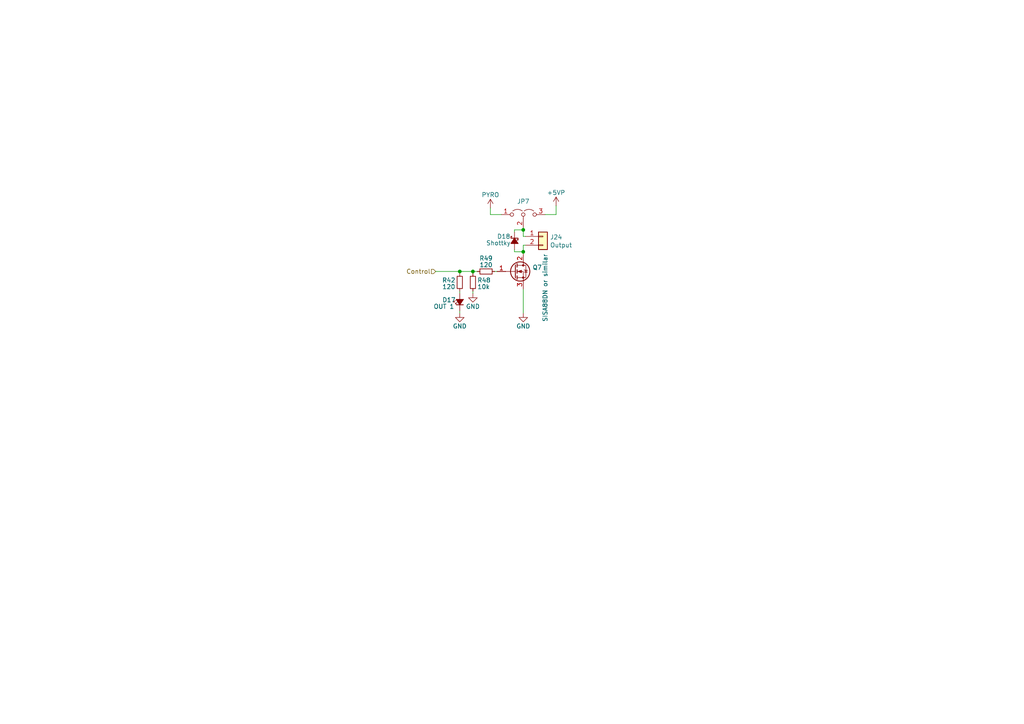
<source format=kicad_sch>
(kicad_sch (version 20211123) (generator eeschema)
  (paper "A4")
  (lib_symbols
    (symbol "Connector_Generic:Conn_01x02" (pin_names (offset 1.016) hide)
      (property "Reference" "J" (at 0 2.54 0))
      (property "Value" "Conn_01x02" (at 0 -5.08 0))
      (symbol "Conn_01x02_1_1"
        (rectangle (start -1.27 -2.413) (end 0 -2.667) (stroke (width 0.1524)))
        (rectangle (start -1.27 0.127) (end 0 -0.127) (stroke (width 0.1524)))
        (rectangle (start -1.27 1.27) (end 1.27 -3.81) (stroke (width 0.254)) (fill (type background)))
        (pin passive line (at -5.08 0 0) (length 3.81) (name "Pin_1") (number "1"))
        (pin passive line (at -5.08 -2.54 0) (length 3.81) (name "Pin_2") (number "2"))
      )
    )
    (symbol "Device:D_Schottky_Small_Filled" (pin_numbers hide) (pin_names (offset 0.254) hide)
      (property "Reference" "D" (at -1.27 2.032 0))
      (property "Value" "D_Schottky_Small_Filled" (at -7.112 -2.032 0))
      (symbol "D_Schottky_Small_Filled_0_1"
        (polyline (pts (xy -0.762 0) (xy 0.762 0)))
        (polyline (pts (xy 0.762 -1.016) (xy -0.762 0) (xy 0.762 1.016) (xy 0.762 -1.016)) (stroke (width 0.254)) (fill (type outline)))
        (polyline (pts (xy -1.27 0.762) (xy -1.27 1.016) (xy -0.762 1.016) (xy -0.762 -1.016) (xy -0.254 -1.016) (xy -0.254 -0.762)) (stroke (width 0.254)))
      )
      (symbol "D_Schottky_Small_Filled_1_1"
        (pin passive line (at -2.54 0 0) (length 1.778) (name "K") (number "1"))
        (pin passive line (at 2.54 0 180) (length 1.778) (name "A") (number "2"))
      )
    )
    (symbol "Device:LED_Small_Filled" (pin_numbers hide) (pin_names (offset 0.254) hide)
      (property "Reference" "D" (at -1.27 3.175 0))
      (property "Value" "LED_Small_Filled" (at -4.445 -2.54 0))
      (symbol "LED_Small_Filled_0_1"
        (polyline (pts (xy -0.762 -1.016) (xy -0.762 1.016)) (stroke (width 0.254)))
        (polyline (pts (xy 1.016 0) (xy -0.762 0)))
        (polyline (pts (xy 0.762 -1.016) (xy -0.762 0) (xy 0.762 1.016) (xy 0.762 -1.016)) (stroke (width 0.254)) (fill (type outline)))
        (polyline (pts (xy 0 0.762) (xy -0.508 1.27) (xy -0.254 1.27) (xy -0.508 1.27) (xy -0.508 1.016)))
        (polyline (pts (xy 0.508 1.27) (xy 0 1.778) (xy 0.254 1.778) (xy 0 1.778) (xy 0 1.524)))
      )
      (symbol "LED_Small_Filled_1_1"
        (pin passive line (at -2.54 0 0) (length 1.778) (name "K") (number "1"))
        (pin passive line (at 2.54 0 180) (length 1.778) (name "A") (number "2"))
      )
    )
    (symbol "Device:Q_NMOS_GDS" (pin_names (offset 0) hide)
      (property "Reference" "Q" (at 5.08 1.27 0))
      (property "Value" "Q_NMOS_GDS" (at 5.08 -1.27 0))
      (symbol "Q_NMOS_GDS_0_1"
        (polyline (pts (xy 0.254 0) (xy -2.54 0)))
        (polyline (pts (xy 0.254 1.905) (xy 0.254 -1.905)) (stroke (width 0.254)))
        (polyline (pts (xy 0.762 -1.27) (xy 0.762 -2.286)) (stroke (width 0.254)))
        (polyline (pts (xy 0.762 0.508) (xy 0.762 -0.508)) (stroke (width 0.254)))
        (polyline (pts (xy 0.762 2.286) (xy 0.762 1.27)) (stroke (width 0.254)))
        (polyline (pts (xy 2.54 2.54) (xy 2.54 1.778)))
        (polyline (pts (xy 2.54 -2.54) (xy 2.54 0) (xy 0.762 0)))
        (polyline (pts (xy 0.762 -1.778) (xy 3.302 -1.778) (xy 3.302 1.778) (xy 0.762 1.778)))
        (polyline (pts (xy 1.016 0) (xy 2.032 0.381) (xy 2.032 -0.381) (xy 1.016 0)) (fill (type outline)))
        (polyline (pts (xy 2.794 0.508) (xy 2.921 0.381) (xy 3.683 0.381) (xy 3.81 0.254)))
        (polyline (pts (xy 3.302 0.381) (xy 2.921 -0.254) (xy 3.683 -0.254) (xy 3.302 0.381)))
        (circle (center 1.651 0) (radius 2.794) (stroke (width 0.254)))
        (circle (center 2.54 -1.778) (radius 0.254) (fill (type outline)))
        (circle (center 2.54 1.778) (radius 0.254) (fill (type outline)))
      )
      (symbol "Q_NMOS_GDS_1_1"
        (pin input line (at -5.08 0 0) (length 2.54) (name "G") (number "1"))
        (pin passive line (at 2.54 5.08 270) (length 2.54) (name "D") (number "2"))
        (pin passive line (at 2.54 -5.08 90) (length 2.54) (name "S") (number "3"))
      )
    )
    (symbol "Device:R_Small" (pin_numbers hide) (pin_names (offset 0.254) hide)
      (property "Reference" "R" (at 0.762 0.508 0))
      (property "Value" "R_Small" (at 0.762 -1.016 0))
      (symbol "R_Small_0_1"
        (rectangle (start -0.762 1.778) (end 0.762 -1.778) (stroke (width 0.2032)))
      )
      (symbol "R_Small_1_1"
        (pin passive line (at 0 2.54 270) (length 0.762) (name "~") (number "1"))
        (pin passive line (at 0 -2.54 90) (length 0.762) (name "~") (number "2"))
      )
    )
    (symbol "Jumper:Jumper_3_Open" (pin_names (offset 0) hide)
      (property "Reference" "JP" (at -2.54 -2.54 0))
      (property "Value" "Jumper_3_Open" (at 0 2.794 0))
      (symbol "Jumper_3_Open_0_0"
        (circle (center -3.302 0) (radius 0.508))
        (circle (center 0 0) (radius 0.508))
        (circle (center 3.302 0) (radius 0.508))
      )
      (symbol "Jumper_3_Open_0_1"
        (arc (start -0.254 1.016) (mid -1.651 1.4992) (end -3.048 1.016))
        (polyline (pts (xy 0 -0.508) (xy 0 -1.27)))
        (arc (start 3.048 1.016) (mid 1.651 1.4992) (end 0.254 1.016))
      )
      (symbol "Jumper_3_Open_1_1"
        (pin passive line (at -6.35 0 0) (length 2.54) (name "A") (number "1"))
        (pin input line (at 0 -3.81 90) (length 2.54) (name "C") (number "2"))
        (pin passive line (at 6.35 0 180) (length 2.54) (name "B") (number "3"))
      )
    )
    (symbol "TXV_Library_Symbols:Pyro" (power) (pin_names (offset 0))
      (property "Value" "Pyro" (at 0 3.556 0))
      (symbol "Pyro_0_1"
        (polyline (pts (xy -0.762 1.27) (xy 0 2.54)))
        (polyline (pts (xy 0 0) (xy 0 2.54)))
        (polyline (pts (xy 0 2.54) (xy 0.762 1.27)))
      )
      (symbol "Pyro_1_1"
        (pin power_in line (at 0 0 90) (length 0) hide (name "PYRO") (number "1"))
      )
    )
    (symbol "power:+5VP" (power) (pin_names (offset 0))
      (property "Value" "+5VP" (at 0 3.556 0))
      (symbol "+5VP_0_1"
        (polyline (pts (xy -0.762 1.27) (xy 0 2.54)))
        (polyline (pts (xy 0 0) (xy 0 2.54)))
        (polyline (pts (xy 0 2.54) (xy 0.762 1.27)))
      )
      (symbol "+5VP_1_1"
        (pin power_in line (at 0 0 90) (length 0) hide (name "+5VP") (number "1"))
      )
    )
    (symbol "power:GND" (power) (pin_names (offset 0))
      (property "Value" "GND" (at 0 -3.81 0))
      (symbol "GND_0_1"
        (polyline (pts (xy 0 0) (xy 0 -1.27) (xy 1.27 -1.27) (xy 0 -2.54) (xy -1.27 -1.27) (xy 0 -1.27)))
      )
      (symbol "GND_1_1"
        (pin power_in line (at 0 0 270) (length 0) hide (name "GND") (number "1"))
      )
    )
  )
  (junction (at 137.16 78.74))
  (junction (at 133.35 78.74))
  (junction (at 151.765 66.675))
  (junction (at 151.765 73.025))
  (wire (pts (xy 151.765 83.82) (xy 151.765 90.805)))
  (wire (pts (xy 149.225 73.025) (xy 151.765 73.025)))
  (wire (pts (xy 133.35 78.74) (xy 137.16 78.74)))
  (wire (pts (xy 151.765 66.04) (xy 151.765 66.675)))
  (wire (pts (xy 143.51 78.74) (xy 144.145 78.74)))
  (wire (pts (xy 151.765 71.12) (xy 152.4 71.12)))
  (wire (pts (xy 149.225 72.39) (xy 149.225 73.025)))
  (wire (pts (xy 149.225 67.31) (xy 149.225 66.675)))
  (wire (pts (xy 161.29 62.23) (xy 161.29 59.69)))
  (wire (pts (xy 151.765 66.675) (xy 151.765 68.58)))
  (wire (pts (xy 126.365 78.74) (xy 133.35 78.74)))
  (wire (pts (xy 133.35 84.455) (xy 133.35 85.09)))
  (wire (pts (xy 145.415 62.23) (xy 142.24 62.23)))
  (wire (pts (xy 137.16 78.74) (xy 138.43 78.74)))
  (wire (pts (xy 133.35 90.805) (xy 133.35 90.17)))
  (wire (pts (xy 137.16 85.09) (xy 137.16 84.455)))
  (wire (pts (xy 151.765 71.12) (xy 151.765 73.025)))
  (wire (pts (xy 137.16 79.375) (xy 137.16 78.74)))
  (wire (pts (xy 151.765 73.025) (xy 151.765 73.66)))
  (wire (pts (xy 133.35 79.375) (xy 133.35 78.74)))
  (wire (pts (xy 142.24 62.23) (xy 142.24 60.325)))
  (wire (pts (xy 158.115 62.23) (xy 161.29 62.23)))
  (wire (pts (xy 151.765 68.58) (xy 152.4 68.58)))
  (wire (pts (xy 149.225 66.675) (xy 151.765 66.675)))
  (hierarchical_label "Control" (shape input) (at 126.365 78.74 180))
  (symbol (lib_id "power:GND") (at 151.765 90.805 0)
    (property "Reference" "#PWR0107" (effects hide))
    (property "Value" "GND" (at 151.765 94.615 0))
  )
  (symbol (lib_id "Jumper:Jumper_3_Open") (at 151.765 62.23 0)
    (property "Reference" "JP7" (at 151.765 58.42 0))
    (property "Value" "Jumper_3_Open" (effects hide))
    (property "Footprint" "Jumper:SolderJumper-3_P1.3mm_Open_RoundedPad1.0x1.5mm" (effects hide))
  )
  (symbol (lib_id "Device:Q_NMOS_GDS") (at 149.225 78.74 0)
    (property "Reference" "Q7" (at 154.432 77.5716 0) (effects (justify left)))
    (property "Value" "SISA88DN or similar" (at 158.115 93.345 90) (effects (justify left)))
    (property "Footprint" "TXV_Library_Footprints:PowerPAK_1212-8" (effects hide))
  )
  (symbol (lib_id "Device:D_Schottky_Small_Filled") (at 149.225 69.85 90) (mirror x)
    (property "Reference" "D18" (at 144.145 68.58 90) (effects (justify right)))
    (property "Value" "Shottky" (at 140.97 70.485 90) (effects (justify right)))
    (property "Footprint" "Diode_SMD:D_SOD-123F" (effects hide))
  )
  (symbol (lib_id "Device:R_Small") (at 133.35 81.915 0)
    (property "Reference" "R42" (at 130.175 81.28 0))
    (property "Value" "120" (at 130.175 83.185 0))
    (property "Footprint" "Resistor_SMD:R_0603_1608Metric" (effects hide))
  )
  (symbol (lib_id "Connector_Generic:Conn_01x02") (at 157.48 68.58 0)
    (property "Reference" "J24" (at 159.512 68.7832 0) (effects (justify left)))
    (property "Value" "Output" (at 159.512 71.0946 0) (effects (justify left)))
    (property "Footprint" "TXV_Library_Footprints:Molex_Nano-Fit_105309-xx02_1x02_P2.50mm_Vertical" (effects hide))
  )
  (symbol (lib_id "power:GND") (at 133.35 90.805 0)
    (property "Reference" "#PWR099" (effects hide))
    (property "Value" "GND" (at 133.35 94.615 0))
  )
  (symbol (lib_id "Device:R_Small") (at 137.16 81.915 180)
    (property "Reference" "R48" (at 138.43 81.28 0) (effects (justify right)))
    (property "Value" "10k" (at 138.43 83.185 0) (effects (justify right)))
    (property "Footprint" "Resistor_SMD:R_0603_1608Metric" (effects hide))
  )
  (symbol (lib_id "power:GND") (at 137.16 85.09 0)
    (property "Reference" "#PWR0100" (effects hide))
    (property "Value" "GND" (at 137.16 88.9 0))
  )
  (symbol (lib_id "Device:LED_Small_Filled") (at 133.35 87.63 90)
    (property "Reference" "D17" (at 128.27 86.995 90) (effects (justify right)))
    (property "Value" "OUT 1" (at 125.73 88.9 90) (effects (justify right)))
    (property "Footprint" "LED_SMD:LED_0603_1608Metric" (effects hide))
  )
  (symbol (lib_id "power:+5VP") (at 161.29 59.69 0)
    (property "Reference" "#PWR0108" (effects hide))
    (property "Value" "+5VP" (at 161.29 55.88 0))
  )
  (symbol (lib_id "Device:R_Small") (at 140.97 78.74 90)
    (property "Reference" "R49" (at 140.97 74.93 90))
    (property "Value" "120" (at 140.97 76.835 90))
    (property "Footprint" "Resistor_SMD:R_0603_1608Metric" (effects hide))
  )
  (symbol (lib_id "TXV_Library_Symbols:Pyro") (at 142.24 60.325 0)
    (property "Reference" "#PWR0106" (effects hide))
    (property "Value" "Pyro" (at 142.24 56.515 0))
  )
)
</source>
